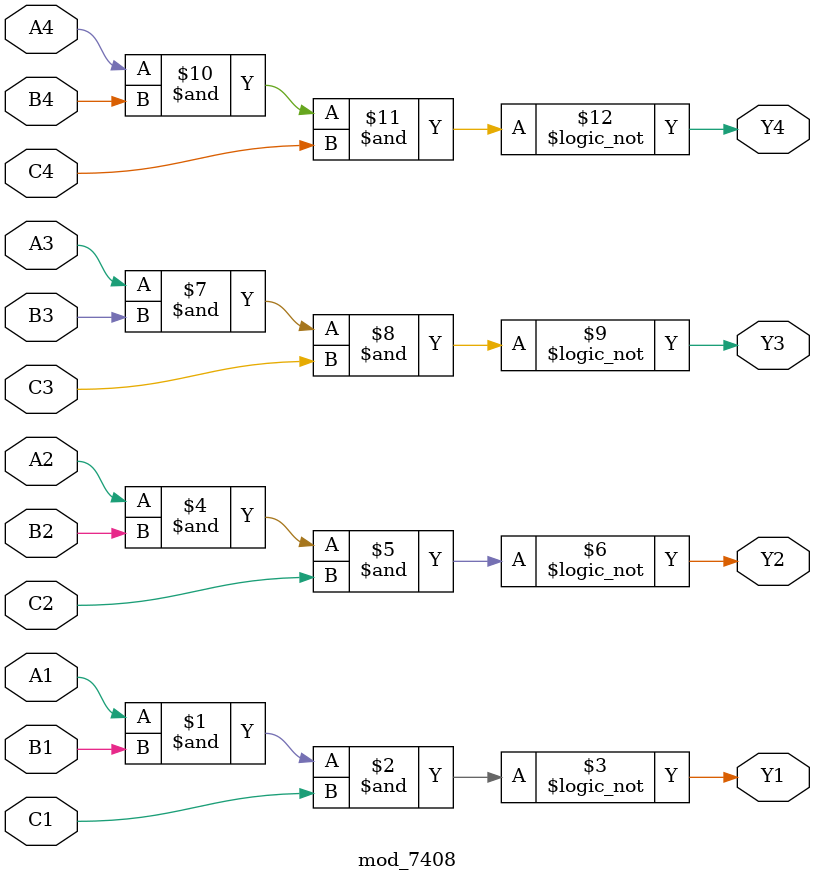
<source format=v>
module mod_7408 (
	input A1, input B1, input C1, output Y1, 
	input A2, input B2, input C2, output Y2, 
	input A3, input B3, input C3, output Y3, 
	input A4, input B4, input C4, output Y4
);
	assign Y1 = !(A1 & B1 & C1);
	assign Y2 = !(A2 & B2 & C2);
	assign Y3 = !(A3 & B3 & C3);
	assign Y4 = !(A4 & B4 & C4);
endmodule

</source>
